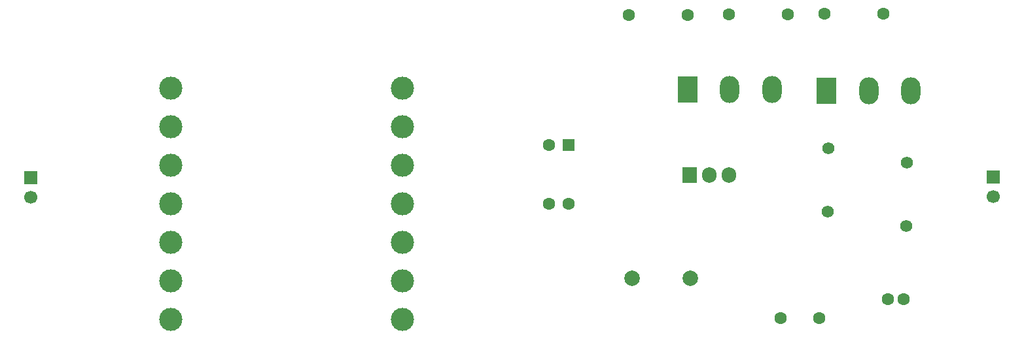
<source format=gbr>
%TF.GenerationSoftware,KiCad,Pcbnew,9.0.2*%
%TF.CreationDate,2025-07-04T12:24:25+05:30*%
%TF.ProjectId,qn1,716e312e-6b69-4636-9164-5f7063625858,rev?*%
%TF.SameCoordinates,Original*%
%TF.FileFunction,Soldermask,Top*%
%TF.FilePolarity,Negative*%
%FSLAX46Y46*%
G04 Gerber Fmt 4.6, Leading zero omitted, Abs format (unit mm)*
G04 Created by KiCad (PCBNEW 9.0.2) date 2025-07-04 12:24:25*
%MOMM*%
%LPD*%
G01*
G04 APERTURE LIST*
G04 Aperture macros list*
%AMRoundRect*
0 Rectangle with rounded corners*
0 $1 Rounding radius*
0 $2 $3 $4 $5 $6 $7 $8 $9 X,Y pos of 4 corners*
0 Add a 4 corners polygon primitive as box body*
4,1,4,$2,$3,$4,$5,$6,$7,$8,$9,$2,$3,0*
0 Add four circle primitives for the rounded corners*
1,1,$1+$1,$2,$3*
1,1,$1+$1,$4,$5*
1,1,$1+$1,$6,$7*
1,1,$1+$1,$8,$9*
0 Add four rect primitives between the rounded corners*
20,1,$1+$1,$2,$3,$4,$5,0*
20,1,$1+$1,$4,$5,$6,$7,0*
20,1,$1+$1,$6,$7,$8,$9,0*
20,1,$1+$1,$8,$9,$2,$3,0*%
G04 Aperture macros list end*
%ADD10C,1.600000*%
%ADD11C,1.560000*%
%ADD12R,1.700000X1.700000*%
%ADD13C,1.700000*%
%ADD14R,2.500000X3.500000*%
%ADD15O,2.500000X3.500000*%
%ADD16RoundRect,0.250000X-0.550000X0.550000X-0.550000X-0.550000X0.550000X-0.550000X0.550000X0.550000X0*%
%ADD17C,2.000000*%
%ADD18R,1.905000X2.000000*%
%ADD19O,1.905000X2.000000*%
%ADD20C,3.000000*%
G04 APERTURE END LIST*
D10*
%TO.C,C3*%
X185620000Y-97710000D03*
X187620000Y-97710000D03*
%TD*%
D11*
%TO.C,F2*%
X177810000Y-86340000D03*
X188010000Y-88240000D03*
%TD*%
D12*
%TO.C,J1*%
X199270000Y-81920000D03*
D13*
X199270000Y-84460000D03*
%TD*%
D11*
%TO.C,F1*%
X177880000Y-78130000D03*
X188080000Y-80030000D03*
%TD*%
D14*
%TO.C,Q2*%
X159680000Y-70570000D03*
D15*
X165155000Y-70570000D03*
X170630000Y-70570000D03*
%TD*%
D10*
%TO.C,R2*%
X165060000Y-60770000D03*
X172680000Y-60770000D03*
%TD*%
%TO.C,R1*%
X152090000Y-60860000D03*
X159710000Y-60860000D03*
%TD*%
D16*
%TO.C,D1*%
X144280000Y-77770000D03*
D10*
X141740000Y-77770000D03*
X141740000Y-85390000D03*
X144280000Y-85390000D03*
%TD*%
D17*
%TO.C,C1*%
X152530000Y-94990000D03*
X160030000Y-94990000D03*
%TD*%
D10*
%TO.C,C2*%
X171760000Y-100170000D03*
X176760000Y-100170000D03*
%TD*%
D12*
%TO.C,J2*%
X74730000Y-81945000D03*
D13*
X74730000Y-84485000D03*
%TD*%
D10*
%TO.C,R3*%
X177390000Y-60750000D03*
X185010000Y-60750000D03*
%TD*%
D18*
%TO.C,U1*%
X159980000Y-81650000D03*
D19*
X162520000Y-81650000D03*
X165060000Y-81650000D03*
%TD*%
D20*
%TO.C,T1*%
X92830000Y-75330000D03*
X92830000Y-85330000D03*
X122830000Y-80330000D03*
X122830000Y-85330000D03*
X92830000Y-80330000D03*
X92830000Y-100330000D03*
X92830000Y-70330000D03*
X122830000Y-70330000D03*
X122830000Y-75330000D03*
X92830000Y-90330000D03*
X92830000Y-95330000D03*
X122830000Y-90330000D03*
X122830000Y-95330000D03*
X122830000Y-100330000D03*
%TD*%
D14*
%TO.C,Q1*%
X177670000Y-70680000D03*
D15*
X183145000Y-70680000D03*
X188620000Y-70680000D03*
%TD*%
M02*

</source>
